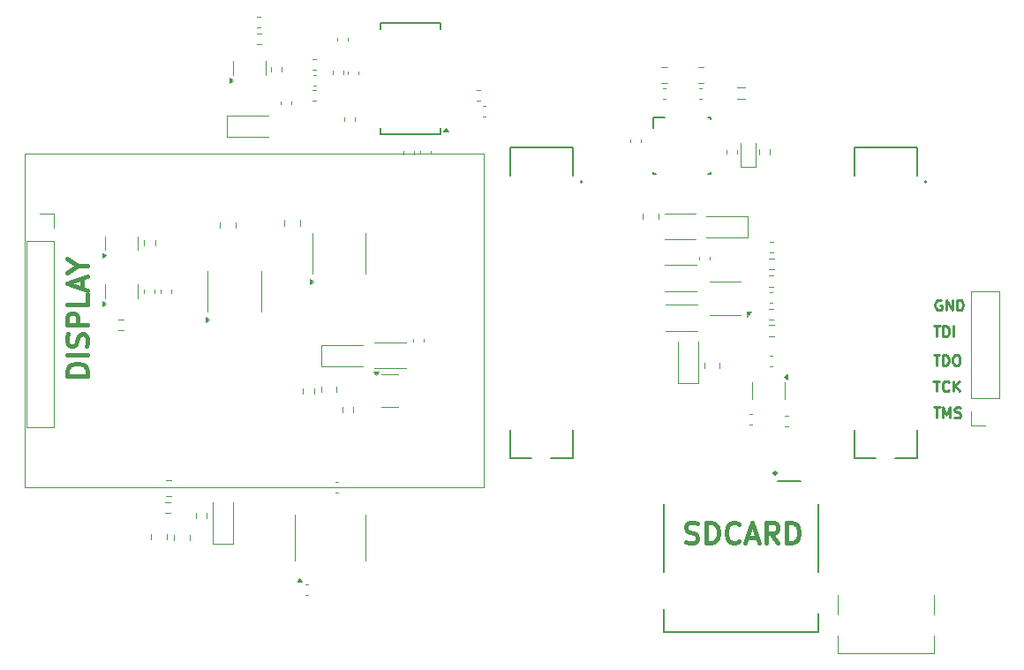
<source format=gbr>
%TF.GenerationSoftware,KiCad,Pcbnew,8.0.9*%
%TF.CreationDate,2025-03-06T21:03:41+08:00*%
%TF.ProjectId,CCD_Sensor_ZYNQ,4343445f-5365-46e7-936f-725f5a594e51,rev?*%
%TF.SameCoordinates,Original*%
%TF.FileFunction,Legend,Top*%
%TF.FilePolarity,Positive*%
%FSLAX46Y46*%
G04 Gerber Fmt 4.6, Leading zero omitted, Abs format (unit mm)*
G04 Created by KiCad (PCBNEW 8.0.9) date 2025-03-06 21:03:41*
%MOMM*%
%LPD*%
G01*
G04 APERTURE LIST*
%ADD10C,0.100000*%
%ADD11C,0.400000*%
%ADD12C,0.250000*%
%ADD13C,0.120000*%
%ADD14C,0.200000*%
%ADD15C,0.150000*%
%ADD16C,0.203200*%
%ADD17C,0.254000*%
%ADD18C,0.127000*%
G04 APERTURE END LIST*
D10*
X176000000Y-78002146D02*
X220000000Y-78002146D01*
X220000000Y-110002146D01*
X176000000Y-110002146D01*
X176000000Y-78002146D01*
D11*
X182034438Y-99310652D02*
X180034438Y-99310652D01*
X180034438Y-99310652D02*
X180034438Y-98834462D01*
X180034438Y-98834462D02*
X180129676Y-98548747D01*
X180129676Y-98548747D02*
X180320152Y-98358271D01*
X180320152Y-98358271D02*
X180510628Y-98263033D01*
X180510628Y-98263033D02*
X180891580Y-98167795D01*
X180891580Y-98167795D02*
X181177295Y-98167795D01*
X181177295Y-98167795D02*
X181558247Y-98263033D01*
X181558247Y-98263033D02*
X181748723Y-98358271D01*
X181748723Y-98358271D02*
X181939200Y-98548747D01*
X181939200Y-98548747D02*
X182034438Y-98834462D01*
X182034438Y-98834462D02*
X182034438Y-99310652D01*
X182034438Y-97310652D02*
X180034438Y-97310652D01*
X181939200Y-96453509D02*
X182034438Y-96167795D01*
X182034438Y-96167795D02*
X182034438Y-95691604D01*
X182034438Y-95691604D02*
X181939200Y-95501128D01*
X181939200Y-95501128D02*
X181843961Y-95405890D01*
X181843961Y-95405890D02*
X181653485Y-95310652D01*
X181653485Y-95310652D02*
X181463009Y-95310652D01*
X181463009Y-95310652D02*
X181272533Y-95405890D01*
X181272533Y-95405890D02*
X181177295Y-95501128D01*
X181177295Y-95501128D02*
X181082057Y-95691604D01*
X181082057Y-95691604D02*
X180986819Y-96072557D01*
X180986819Y-96072557D02*
X180891580Y-96263033D01*
X180891580Y-96263033D02*
X180796342Y-96358271D01*
X180796342Y-96358271D02*
X180605866Y-96453509D01*
X180605866Y-96453509D02*
X180415390Y-96453509D01*
X180415390Y-96453509D02*
X180224914Y-96358271D01*
X180224914Y-96358271D02*
X180129676Y-96263033D01*
X180129676Y-96263033D02*
X180034438Y-96072557D01*
X180034438Y-96072557D02*
X180034438Y-95596366D01*
X180034438Y-95596366D02*
X180129676Y-95310652D01*
X182034438Y-94453509D02*
X180034438Y-94453509D01*
X180034438Y-94453509D02*
X180034438Y-93691604D01*
X180034438Y-93691604D02*
X180129676Y-93501128D01*
X180129676Y-93501128D02*
X180224914Y-93405890D01*
X180224914Y-93405890D02*
X180415390Y-93310652D01*
X180415390Y-93310652D02*
X180701104Y-93310652D01*
X180701104Y-93310652D02*
X180891580Y-93405890D01*
X180891580Y-93405890D02*
X180986819Y-93501128D01*
X180986819Y-93501128D02*
X181082057Y-93691604D01*
X181082057Y-93691604D02*
X181082057Y-94453509D01*
X182034438Y-91501128D02*
X182034438Y-92453509D01*
X182034438Y-92453509D02*
X180034438Y-92453509D01*
X181463009Y-90929699D02*
X181463009Y-89977318D01*
X182034438Y-91120175D02*
X180034438Y-90453509D01*
X180034438Y-90453509D02*
X182034438Y-89786842D01*
X181082057Y-88739223D02*
X182034438Y-88739223D01*
X180034438Y-89405889D02*
X181082057Y-88739223D01*
X181082057Y-88739223D02*
X180034438Y-88072556D01*
D12*
X263149711Y-97304619D02*
X263721139Y-97304619D01*
X263435425Y-98304619D02*
X263435425Y-97304619D01*
X264054473Y-98304619D02*
X264054473Y-97304619D01*
X264054473Y-97304619D02*
X264292568Y-97304619D01*
X264292568Y-97304619D02*
X264435425Y-97352238D01*
X264435425Y-97352238D02*
X264530663Y-97447476D01*
X264530663Y-97447476D02*
X264578282Y-97542714D01*
X264578282Y-97542714D02*
X264625901Y-97733190D01*
X264625901Y-97733190D02*
X264625901Y-97876047D01*
X264625901Y-97876047D02*
X264578282Y-98066523D01*
X264578282Y-98066523D02*
X264530663Y-98161761D01*
X264530663Y-98161761D02*
X264435425Y-98257000D01*
X264435425Y-98257000D02*
X264292568Y-98304619D01*
X264292568Y-98304619D02*
X264054473Y-98304619D01*
X265244949Y-97304619D02*
X265435425Y-97304619D01*
X265435425Y-97304619D02*
X265530663Y-97352238D01*
X265530663Y-97352238D02*
X265625901Y-97447476D01*
X265625901Y-97447476D02*
X265673520Y-97637952D01*
X265673520Y-97637952D02*
X265673520Y-97971285D01*
X265673520Y-97971285D02*
X265625901Y-98161761D01*
X265625901Y-98161761D02*
X265530663Y-98257000D01*
X265530663Y-98257000D02*
X265435425Y-98304619D01*
X265435425Y-98304619D02*
X265244949Y-98304619D01*
X265244949Y-98304619D02*
X265149711Y-98257000D01*
X265149711Y-98257000D02*
X265054473Y-98161761D01*
X265054473Y-98161761D02*
X265006854Y-97971285D01*
X265006854Y-97971285D02*
X265006854Y-97637952D01*
X265006854Y-97637952D02*
X265054473Y-97447476D01*
X265054473Y-97447476D02*
X265149711Y-97352238D01*
X265149711Y-97352238D02*
X265244949Y-97304619D01*
D11*
X239364109Y-115269200D02*
X239649823Y-115364438D01*
X239649823Y-115364438D02*
X240126014Y-115364438D01*
X240126014Y-115364438D02*
X240316490Y-115269200D01*
X240316490Y-115269200D02*
X240411728Y-115173961D01*
X240411728Y-115173961D02*
X240506966Y-114983485D01*
X240506966Y-114983485D02*
X240506966Y-114793009D01*
X240506966Y-114793009D02*
X240411728Y-114602533D01*
X240411728Y-114602533D02*
X240316490Y-114507295D01*
X240316490Y-114507295D02*
X240126014Y-114412057D01*
X240126014Y-114412057D02*
X239745061Y-114316819D01*
X239745061Y-114316819D02*
X239554585Y-114221580D01*
X239554585Y-114221580D02*
X239459347Y-114126342D01*
X239459347Y-114126342D02*
X239364109Y-113935866D01*
X239364109Y-113935866D02*
X239364109Y-113745390D01*
X239364109Y-113745390D02*
X239459347Y-113554914D01*
X239459347Y-113554914D02*
X239554585Y-113459676D01*
X239554585Y-113459676D02*
X239745061Y-113364438D01*
X239745061Y-113364438D02*
X240221252Y-113364438D01*
X240221252Y-113364438D02*
X240506966Y-113459676D01*
X241364109Y-115364438D02*
X241364109Y-113364438D01*
X241364109Y-113364438D02*
X241840299Y-113364438D01*
X241840299Y-113364438D02*
X242126014Y-113459676D01*
X242126014Y-113459676D02*
X242316490Y-113650152D01*
X242316490Y-113650152D02*
X242411728Y-113840628D01*
X242411728Y-113840628D02*
X242506966Y-114221580D01*
X242506966Y-114221580D02*
X242506966Y-114507295D01*
X242506966Y-114507295D02*
X242411728Y-114888247D01*
X242411728Y-114888247D02*
X242316490Y-115078723D01*
X242316490Y-115078723D02*
X242126014Y-115269200D01*
X242126014Y-115269200D02*
X241840299Y-115364438D01*
X241840299Y-115364438D02*
X241364109Y-115364438D01*
X244506966Y-115173961D02*
X244411728Y-115269200D01*
X244411728Y-115269200D02*
X244126014Y-115364438D01*
X244126014Y-115364438D02*
X243935538Y-115364438D01*
X243935538Y-115364438D02*
X243649823Y-115269200D01*
X243649823Y-115269200D02*
X243459347Y-115078723D01*
X243459347Y-115078723D02*
X243364109Y-114888247D01*
X243364109Y-114888247D02*
X243268871Y-114507295D01*
X243268871Y-114507295D02*
X243268871Y-114221580D01*
X243268871Y-114221580D02*
X243364109Y-113840628D01*
X243364109Y-113840628D02*
X243459347Y-113650152D01*
X243459347Y-113650152D02*
X243649823Y-113459676D01*
X243649823Y-113459676D02*
X243935538Y-113364438D01*
X243935538Y-113364438D02*
X244126014Y-113364438D01*
X244126014Y-113364438D02*
X244411728Y-113459676D01*
X244411728Y-113459676D02*
X244506966Y-113554914D01*
X245268871Y-114793009D02*
X246221252Y-114793009D01*
X245078395Y-115364438D02*
X245745061Y-113364438D01*
X245745061Y-113364438D02*
X246411728Y-115364438D01*
X248221252Y-115364438D02*
X247554585Y-114412057D01*
X247078395Y-115364438D02*
X247078395Y-113364438D01*
X247078395Y-113364438D02*
X247840300Y-113364438D01*
X247840300Y-113364438D02*
X248030776Y-113459676D01*
X248030776Y-113459676D02*
X248126014Y-113554914D01*
X248126014Y-113554914D02*
X248221252Y-113745390D01*
X248221252Y-113745390D02*
X248221252Y-114031104D01*
X248221252Y-114031104D02*
X248126014Y-114221580D01*
X248126014Y-114221580D02*
X248030776Y-114316819D01*
X248030776Y-114316819D02*
X247840300Y-114412057D01*
X247840300Y-114412057D02*
X247078395Y-114412057D01*
X249078395Y-115364438D02*
X249078395Y-113364438D01*
X249078395Y-113364438D02*
X249554585Y-113364438D01*
X249554585Y-113364438D02*
X249840300Y-113459676D01*
X249840300Y-113459676D02*
X250030776Y-113650152D01*
X250030776Y-113650152D02*
X250126014Y-113840628D01*
X250126014Y-113840628D02*
X250221252Y-114221580D01*
X250221252Y-114221580D02*
X250221252Y-114507295D01*
X250221252Y-114507295D02*
X250126014Y-114888247D01*
X250126014Y-114888247D02*
X250030776Y-115078723D01*
X250030776Y-115078723D02*
X249840300Y-115269200D01*
X249840300Y-115269200D02*
X249554585Y-115364438D01*
X249554585Y-115364438D02*
X249078395Y-115364438D01*
D12*
X263886377Y-92062238D02*
X263791139Y-92014619D01*
X263791139Y-92014619D02*
X263648282Y-92014619D01*
X263648282Y-92014619D02*
X263505425Y-92062238D01*
X263505425Y-92062238D02*
X263410187Y-92157476D01*
X263410187Y-92157476D02*
X263362568Y-92252714D01*
X263362568Y-92252714D02*
X263314949Y-92443190D01*
X263314949Y-92443190D02*
X263314949Y-92586047D01*
X263314949Y-92586047D02*
X263362568Y-92776523D01*
X263362568Y-92776523D02*
X263410187Y-92871761D01*
X263410187Y-92871761D02*
X263505425Y-92967000D01*
X263505425Y-92967000D02*
X263648282Y-93014619D01*
X263648282Y-93014619D02*
X263743520Y-93014619D01*
X263743520Y-93014619D02*
X263886377Y-92967000D01*
X263886377Y-92967000D02*
X263933996Y-92919380D01*
X263933996Y-92919380D02*
X263933996Y-92586047D01*
X263933996Y-92586047D02*
X263743520Y-92586047D01*
X264362568Y-93014619D02*
X264362568Y-92014619D01*
X264362568Y-92014619D02*
X264933996Y-93014619D01*
X264933996Y-93014619D02*
X264933996Y-92014619D01*
X265410187Y-93014619D02*
X265410187Y-92014619D01*
X265410187Y-92014619D02*
X265648282Y-92014619D01*
X265648282Y-92014619D02*
X265791139Y-92062238D01*
X265791139Y-92062238D02*
X265886377Y-92157476D01*
X265886377Y-92157476D02*
X265933996Y-92252714D01*
X265933996Y-92252714D02*
X265981615Y-92443190D01*
X265981615Y-92443190D02*
X265981615Y-92586047D01*
X265981615Y-92586047D02*
X265933996Y-92776523D01*
X265933996Y-92776523D02*
X265886377Y-92871761D01*
X265886377Y-92871761D02*
X265791139Y-92967000D01*
X265791139Y-92967000D02*
X265648282Y-93014619D01*
X265648282Y-93014619D02*
X265410187Y-93014619D01*
X263169711Y-94534619D02*
X263741139Y-94534619D01*
X263455425Y-95534619D02*
X263455425Y-94534619D01*
X264074473Y-95534619D02*
X264074473Y-94534619D01*
X264074473Y-94534619D02*
X264312568Y-94534619D01*
X264312568Y-94534619D02*
X264455425Y-94582238D01*
X264455425Y-94582238D02*
X264550663Y-94677476D01*
X264550663Y-94677476D02*
X264598282Y-94772714D01*
X264598282Y-94772714D02*
X264645901Y-94963190D01*
X264645901Y-94963190D02*
X264645901Y-95106047D01*
X264645901Y-95106047D02*
X264598282Y-95296523D01*
X264598282Y-95296523D02*
X264550663Y-95391761D01*
X264550663Y-95391761D02*
X264455425Y-95487000D01*
X264455425Y-95487000D02*
X264312568Y-95534619D01*
X264312568Y-95534619D02*
X264074473Y-95534619D01*
X265074473Y-95534619D02*
X265074473Y-94534619D01*
X263169711Y-102324619D02*
X263741139Y-102324619D01*
X263455425Y-103324619D02*
X263455425Y-102324619D01*
X264074473Y-103324619D02*
X264074473Y-102324619D01*
X264074473Y-102324619D02*
X264407806Y-103038904D01*
X264407806Y-103038904D02*
X264741139Y-102324619D01*
X264741139Y-102324619D02*
X264741139Y-103324619D01*
X265169711Y-103277000D02*
X265312568Y-103324619D01*
X265312568Y-103324619D02*
X265550663Y-103324619D01*
X265550663Y-103324619D02*
X265645901Y-103277000D01*
X265645901Y-103277000D02*
X265693520Y-103229380D01*
X265693520Y-103229380D02*
X265741139Y-103134142D01*
X265741139Y-103134142D02*
X265741139Y-103038904D01*
X265741139Y-103038904D02*
X265693520Y-102943666D01*
X265693520Y-102943666D02*
X265645901Y-102896047D01*
X265645901Y-102896047D02*
X265550663Y-102848428D01*
X265550663Y-102848428D02*
X265360187Y-102800809D01*
X265360187Y-102800809D02*
X265264949Y-102753190D01*
X265264949Y-102753190D02*
X265217330Y-102705571D01*
X265217330Y-102705571D02*
X265169711Y-102610333D01*
X265169711Y-102610333D02*
X265169711Y-102515095D01*
X265169711Y-102515095D02*
X265217330Y-102419857D01*
X265217330Y-102419857D02*
X265264949Y-102372238D01*
X265264949Y-102372238D02*
X265360187Y-102324619D01*
X265360187Y-102324619D02*
X265598282Y-102324619D01*
X265598282Y-102324619D02*
X265741139Y-102372238D01*
X263139711Y-99814619D02*
X263711139Y-99814619D01*
X263425425Y-100814619D02*
X263425425Y-99814619D01*
X264615901Y-100719380D02*
X264568282Y-100767000D01*
X264568282Y-100767000D02*
X264425425Y-100814619D01*
X264425425Y-100814619D02*
X264330187Y-100814619D01*
X264330187Y-100814619D02*
X264187330Y-100767000D01*
X264187330Y-100767000D02*
X264092092Y-100671761D01*
X264092092Y-100671761D02*
X264044473Y-100576523D01*
X264044473Y-100576523D02*
X263996854Y-100386047D01*
X263996854Y-100386047D02*
X263996854Y-100243190D01*
X263996854Y-100243190D02*
X264044473Y-100052714D01*
X264044473Y-100052714D02*
X264092092Y-99957476D01*
X264092092Y-99957476D02*
X264187330Y-99862238D01*
X264187330Y-99862238D02*
X264330187Y-99814619D01*
X264330187Y-99814619D02*
X264425425Y-99814619D01*
X264425425Y-99814619D02*
X264568282Y-99862238D01*
X264568282Y-99862238D02*
X264615901Y-99909857D01*
X265044473Y-100814619D02*
X265044473Y-99814619D01*
X265615901Y-100814619D02*
X265187330Y-100243190D01*
X265615901Y-99814619D02*
X265044473Y-100386047D01*
D13*
%TO.C,R7*%
X206440000Y-102804724D02*
X206440000Y-102295276D01*
X207485000Y-102804724D02*
X207485000Y-102295276D01*
%TO.C,C4*%
X247412013Y-91325268D02*
X247704547Y-91325268D01*
X247412013Y-92345268D02*
X247704547Y-92345268D01*
%TO.C,C38*%
X237586253Y-69740002D02*
X237063749Y-69740002D01*
X237586253Y-71210002D02*
X237063749Y-71210002D01*
%TO.C,C31*%
X190302500Y-115061252D02*
X190302500Y-114538748D01*
X191772500Y-115061252D02*
X191772500Y-114538748D01*
%TO.C,C12*%
X204415000Y-100338748D02*
X204415000Y-100861252D01*
X205885000Y-100338748D02*
X205885000Y-100861252D01*
D14*
%TO.C,U2*%
X236300000Y-74525000D02*
X237325002Y-74525000D01*
X236300000Y-75550002D02*
X236300000Y-74525000D01*
X236300000Y-79975002D02*
X236300000Y-79775000D01*
X236300000Y-79975002D02*
X236500002Y-79975002D01*
X241550000Y-74525000D02*
X241750002Y-74525000D01*
X241550000Y-79975002D02*
X241750002Y-79975002D01*
X241750002Y-74725002D02*
X241750002Y-74525000D01*
X241750002Y-79975002D02*
X241750002Y-79775000D01*
D13*
%TO.C,R1*%
X247845538Y-88062768D02*
X247371022Y-88062768D01*
X247845538Y-89107768D02*
X247371022Y-89107768D01*
D15*
%TO.C,U3*%
X210132200Y-66084800D02*
X210132200Y-65509800D01*
X210132200Y-76159800D02*
X210132200Y-75584800D01*
X215882200Y-65509800D02*
X210132200Y-65509800D01*
X215882200Y-66084800D02*
X215882200Y-65509800D01*
X215882200Y-76159800D02*
X210132200Y-76159800D01*
X215882200Y-76159800D02*
X215882200Y-75584800D01*
D13*
X216622200Y-75914800D02*
X216142200Y-75914800D01*
X216382200Y-75584800D01*
X216622200Y-75914800D01*
G36*
X216622200Y-75914800D02*
G01*
X216142200Y-75914800D01*
X216382200Y-75584800D01*
X216622200Y-75914800D01*
G37*
%TO.C,FB1*%
X219687779Y-71940000D02*
X219362221Y-71940000D01*
X219687779Y-72960000D02*
X219362221Y-72960000D01*
%TO.C,C20*%
X213940000Y-77759420D02*
X213940000Y-78040580D01*
X214960000Y-77759420D02*
X214960000Y-78040580D01*
D16*
%TO.C,MICRO_SD1*%
X237260000Y-111650000D02*
X237260000Y-118150000D01*
X237260000Y-121650000D02*
X237260980Y-123900000D01*
X237260980Y-123900000D02*
X252059020Y-123912700D01*
X248160000Y-109400000D02*
X250398000Y-109400000D01*
X252059020Y-123912700D02*
X252060000Y-122150000D01*
X252060000Y-118150000D02*
X252060000Y-111650000D01*
D17*
X248082650Y-108665510D02*
G75*
G02*
X247828650Y-108665510I-127000J0D01*
G01*
X247828650Y-108665510D02*
G75*
G02*
X248082650Y-108665510I127000J0D01*
G01*
D13*
%TO.C,U5*%
X203548280Y-87560268D02*
X203548280Y-85610268D01*
X203548280Y-87560268D02*
X203548280Y-89510268D01*
X208668280Y-87560268D02*
X208668280Y-85610268D01*
X208668280Y-87560268D02*
X208668280Y-89510268D01*
X203643280Y-90260268D02*
X203313280Y-90500268D01*
X203313280Y-90020268D01*
X203643280Y-90260268D01*
G36*
X203643280Y-90260268D02*
G01*
X203313280Y-90500268D01*
X203313280Y-90020268D01*
X203643280Y-90260268D01*
G37*
%TO.C,R6*%
X202690000Y-100495276D02*
X202690000Y-101004724D01*
X203735000Y-100495276D02*
X203735000Y-101004724D01*
%TO.C,U11*%
X193548280Y-91197768D02*
X193548280Y-89247768D01*
X193548280Y-91197768D02*
X193548280Y-93147768D01*
X198668280Y-91197768D02*
X198668280Y-89247768D01*
X198668280Y-91197768D02*
X198668280Y-93147768D01*
X193643280Y-93897768D02*
X193313280Y-94137768D01*
X193313280Y-93657768D01*
X193643280Y-93897768D01*
G36*
X193643280Y-93897768D02*
G01*
X193313280Y-94137768D01*
X193313280Y-93657768D01*
X193643280Y-93897768D01*
G37*
%TO.C,D2*%
X245318280Y-84035268D02*
X241308280Y-84035268D01*
X245318280Y-86035268D02*
X241308280Y-86035268D01*
X245318280Y-86035268D02*
X245318280Y-84035268D01*
%TO.C,C5*%
X241173280Y-98596520D02*
X241173280Y-98074016D01*
X242643280Y-98596520D02*
X242643280Y-98074016D01*
%TO.C,R17*%
X246402501Y-78062260D02*
X246402501Y-77587744D01*
X247447501Y-78062260D02*
X247447501Y-77587744D01*
%TO.C,L5*%
X245074623Y-71615002D02*
X244275379Y-71615002D01*
X245074623Y-72735002D02*
X244275379Y-72735002D01*
%TO.C,J4*%
X254000000Y-120305000D02*
X254000000Y-122225000D01*
X254000000Y-125940000D02*
X254000000Y-124235000D01*
X263160000Y-122225000D02*
X263160000Y-120305000D01*
X263160000Y-124235000D02*
X263160000Y-125940000D01*
X263160000Y-125940000D02*
X254000000Y-125940000D01*
%TO.C,C1*%
X240698280Y-88181535D02*
X240698280Y-87889001D01*
X241718280Y-88181535D02*
X241718280Y-87889001D01*
%TO.C,C39*%
X237465581Y-71765002D02*
X237184421Y-71765002D01*
X237465581Y-72785002D02*
X237184421Y-72785002D01*
%TO.C,Q3*%
X195940000Y-69800000D02*
X195940000Y-69150000D01*
X195940000Y-69800000D02*
X195940000Y-70450000D01*
X199060000Y-69800000D02*
X199060000Y-69150000D01*
X199060000Y-69800000D02*
X199060000Y-70450000D01*
X195990000Y-70962500D02*
X195660000Y-71202500D01*
X195660000Y-70722500D01*
X195990000Y-70962500D01*
G36*
X195990000Y-70962500D02*
G01*
X195660000Y-71202500D01*
X195660000Y-70722500D01*
X195990000Y-70962500D01*
G37*
%TO.C,C6*%
X202866233Y-119352500D02*
X203158767Y-119352500D01*
X202866233Y-120372500D02*
X203158767Y-120372500D01*
%TO.C,U7*%
X210987500Y-99190000D02*
X210187500Y-99190000D01*
X210987500Y-99190000D02*
X211787500Y-99190000D01*
X210987500Y-102310000D02*
X210187500Y-102310000D01*
X210987500Y-102310000D02*
X211787500Y-102310000D01*
X209687500Y-99240000D02*
X209447500Y-98910000D01*
X209927500Y-98910000D01*
X209687500Y-99240000D01*
G36*
X209687500Y-99240000D02*
G01*
X209447500Y-98910000D01*
X209927500Y-98910000D01*
X209687500Y-99240000D01*
G37*
%TO.C,L3*%
X212560000Y-96090000D02*
X209540000Y-96090000D01*
X212560000Y-98610000D02*
X209540000Y-98610000D01*
%TO.C,C10*%
X205965000Y-67165580D02*
X205965000Y-66884420D01*
X206985000Y-67165580D02*
X206985000Y-66884420D01*
%TO.C,C34*%
X187390000Y-91053733D02*
X187390000Y-91346267D01*
X188410000Y-91053733D02*
X188410000Y-91346267D01*
%TO.C,C2*%
X247462013Y-86475268D02*
X247754547Y-86475268D01*
X247462013Y-87495268D02*
X247754547Y-87495268D01*
%TO.C,C22*%
X203609420Y-68965000D02*
X203890580Y-68965000D01*
X203609420Y-69985000D02*
X203890580Y-69985000D01*
%TO.C,R15*%
X184995276Y-93890000D02*
X185504724Y-93890000D01*
X184995276Y-94935000D02*
X185504724Y-94935000D01*
%TO.C,C21*%
X203634420Y-70440000D02*
X203915580Y-70440000D01*
X203634420Y-71460000D02*
X203915580Y-71460000D01*
D18*
%TO.C,J2*%
X222550000Y-77400000D02*
X222550000Y-80130000D01*
X222550000Y-77400000D02*
X228550000Y-77400000D01*
X222550000Y-104470000D02*
X222550000Y-107200000D01*
X224615000Y-107200000D02*
X222550000Y-107200000D01*
X228550000Y-77400000D02*
X228550000Y-80130000D01*
X228550000Y-104470000D02*
X228550000Y-107200000D01*
X228550000Y-107200000D02*
X226485000Y-107200000D01*
D14*
X229450000Y-80700000D02*
G75*
G02*
X229250000Y-80700000I-100000J0D01*
G01*
X229250000Y-80700000D02*
G75*
G02*
X229450000Y-80700000I100000J0D01*
G01*
D13*
%TO.C,C17*%
X206965000Y-70390580D02*
X206965000Y-70109420D01*
X207985000Y-70390580D02*
X207985000Y-70109420D01*
%TO.C,U1*%
X244658280Y-90275268D02*
X241658280Y-90275268D01*
X244658280Y-93495268D02*
X241658280Y-93495268D01*
X245208280Y-93665268D02*
X245208280Y-93185268D01*
X245688280Y-93185268D01*
X245208280Y-93665268D01*
G36*
X245208280Y-93665268D02*
G01*
X245208280Y-93185268D01*
X245688280Y-93185268D01*
X245208280Y-93665268D01*
G37*
%TO.C,C30*%
X200915000Y-84388748D02*
X200915000Y-84911252D01*
X202385000Y-84388748D02*
X202385000Y-84911252D01*
%TO.C,C25*%
X248909420Y-103140000D02*
X249190580Y-103140000D01*
X248909420Y-104160000D02*
X249190580Y-104160000D01*
%TO.C,L1*%
X237398280Y-88675268D02*
X240418280Y-88675268D01*
X237398280Y-91195268D02*
X240418280Y-91195268D01*
%TO.C,R9*%
X199602500Y-70162258D02*
X199602500Y-69687742D01*
X200647500Y-70162258D02*
X200647500Y-69687742D01*
%TO.C,L4*%
X188990000Y-91003733D02*
X188990000Y-91346267D01*
X190010000Y-91003733D02*
X190010000Y-91346267D01*
%TO.C,C3*%
X235273280Y-84246520D02*
X235273280Y-83724016D01*
X236743280Y-84246520D02*
X236743280Y-83724016D01*
%TO.C,L6*%
X240368280Y-83725268D02*
X237348280Y-83725268D01*
X240368280Y-86245268D02*
X237348280Y-86245268D01*
%TO.C,C29*%
X194723280Y-84599016D02*
X194723280Y-85121520D01*
X196193280Y-84599016D02*
X196193280Y-85121520D01*
%TO.C,R3*%
X247371022Y-94462768D02*
X247845538Y-94462768D01*
X247371022Y-95507768D02*
X247845538Y-95507768D01*
%TO.C,U6*%
X201890000Y-114862500D02*
X201890000Y-112662500D01*
X201890000Y-114862500D02*
X201890000Y-117062500D01*
X208660000Y-114862500D02*
X208660000Y-112662500D01*
X208660000Y-114862500D02*
X208660000Y-117062500D01*
X202590000Y-119052500D02*
X202110000Y-119052500D01*
X202350000Y-118722500D01*
X202590000Y-119052500D01*
G36*
X202590000Y-119052500D02*
G01*
X202110000Y-119052500D01*
X202350000Y-118722500D01*
X202590000Y-119052500D01*
G37*
%TO.C,Q1*%
X183715000Y-91212500D02*
X183715000Y-90562500D01*
X183715000Y-91212500D02*
X183715000Y-91862500D01*
X186835000Y-91212500D02*
X186835000Y-90562500D01*
X186835000Y-91212500D02*
X186835000Y-91862500D01*
X183765000Y-92375000D02*
X183435000Y-92615000D01*
X183435000Y-92135000D01*
X183765000Y-92375000D01*
G36*
X183765000Y-92375000D02*
G01*
X183435000Y-92615000D01*
X183435000Y-92135000D01*
X183765000Y-92375000D01*
G37*
%TO.C,C16*%
X205490000Y-70365580D02*
X205490000Y-70084420D01*
X206510000Y-70365580D02*
X206510000Y-70084420D01*
%TO.C,R13*%
X189482776Y-111427500D02*
X189992224Y-111427500D01*
X189482776Y-112472500D02*
X189992224Y-112472500D01*
D18*
%TO.C,J1*%
X255570000Y-77400000D02*
X255570000Y-80130000D01*
X255570000Y-77400000D02*
X261570000Y-77400000D01*
X255570000Y-104470000D02*
X255570000Y-107200000D01*
X257635000Y-107200000D02*
X255570000Y-107200000D01*
X261570000Y-77400000D02*
X261570000Y-80130000D01*
X261570000Y-104470000D02*
X261570000Y-107200000D01*
X261570000Y-107200000D02*
X259505000Y-107200000D01*
D14*
X262470000Y-80700000D02*
G75*
G02*
X262270000Y-80700000I-100000J0D01*
G01*
X262270000Y-80700000D02*
G75*
G02*
X262470000Y-80700000I100000J0D01*
G01*
D13*
%TO.C,C24*%
X245740580Y-102977500D02*
X245459420Y-102977500D01*
X245740580Y-103997500D02*
X245459420Y-103997500D01*
%TO.C,C33*%
X190048752Y-109365000D02*
X189526248Y-109365000D01*
X190048752Y-110835000D02*
X189526248Y-110835000D01*
%TO.C,C32*%
X188102500Y-115011252D02*
X188102500Y-114488748D01*
X189572500Y-115011252D02*
X189572500Y-114488748D01*
%TO.C,R4*%
X247346022Y-92912768D02*
X247820538Y-92912768D01*
X247346022Y-93957768D02*
X247820538Y-93957768D01*
%TO.C,R14*%
X192415000Y-112954724D02*
X192415000Y-112445276D01*
X193460000Y-112954724D02*
X193460000Y-112445276D01*
%TO.C,C40*%
X206615000Y-74840580D02*
X206615000Y-74559420D01*
X207635000Y-74840580D02*
X207635000Y-74559420D01*
%TO.C,J5*%
X266770000Y-101460000D02*
X266770000Y-91240000D01*
X266770000Y-104060000D02*
X266770000Y-102730000D01*
X268100000Y-104060000D02*
X266770000Y-104060000D01*
X269430000Y-91240000D02*
X266770000Y-91240000D01*
X269430000Y-101460000D02*
X266770000Y-101460000D01*
X269430000Y-101460000D02*
X269430000Y-91240000D01*
%TO.C,C11*%
X213240000Y-96046267D02*
X213240000Y-95753733D01*
X214260000Y-96046267D02*
X214260000Y-95753733D01*
%TO.C,C37*%
X247690580Y-97377500D02*
X247409420Y-97377500D01*
X247690580Y-98397500D02*
X247409420Y-98397500D01*
%TO.C,C26*%
X198558767Y-64840000D02*
X198266233Y-64840000D01*
X198558767Y-65860000D02*
X198266233Y-65860000D01*
%TO.C,C35*%
X240634421Y-71765002D02*
X240915581Y-71765002D01*
X240634421Y-72785002D02*
X240915581Y-72785002D01*
%TO.C,C7*%
X205766233Y-109502500D02*
X206058767Y-109502500D01*
X205766233Y-110522500D02*
X206058767Y-110522500D01*
%TO.C,C15*%
X200540000Y-73019420D02*
X200540000Y-73300580D01*
X201560000Y-73019420D02*
X201560000Y-73300580D01*
%TO.C,D5*%
X195340000Y-74400000D02*
X195340000Y-76400000D01*
X195340000Y-74400000D02*
X199350000Y-74400000D01*
X195340000Y-76400000D02*
X199350000Y-76400000D01*
%TO.C,C9*%
X243315001Y-77684422D02*
X243315001Y-77965582D01*
X244335001Y-77684422D02*
X244335001Y-77965582D01*
%TO.C,D3*%
X204390000Y-96400000D02*
X204390000Y-98400000D01*
X204390000Y-96400000D02*
X208400000Y-96400000D01*
X204390000Y-98400000D02*
X208400000Y-98400000D01*
%TO.C,R16*%
X187427500Y-86817224D02*
X187427500Y-86307776D01*
X188472500Y-86817224D02*
X188472500Y-86307776D01*
%TO.C,D4*%
X194000000Y-115460000D02*
X194000000Y-111450000D01*
X194000000Y-115460000D02*
X196000000Y-115460000D01*
X196000000Y-115460000D02*
X196000000Y-111450000D01*
%TO.C,C23*%
X219909420Y-73415000D02*
X220190580Y-73415000D01*
X219909420Y-74435000D02*
X220190580Y-74435000D01*
%TO.C,C19*%
X212340000Y-77784420D02*
X212340000Y-78065580D01*
X213360000Y-77784420D02*
X213360000Y-78065580D01*
%TO.C,C36*%
X234040000Y-76609422D02*
X234040000Y-76890582D01*
X235060000Y-76609422D02*
X235060000Y-76890582D01*
%TO.C,L2*%
X240468280Y-92475268D02*
X237448280Y-92475268D01*
X240468280Y-94995268D02*
X237448280Y-94995268D01*
%TO.C,R2*%
X247321022Y-89712768D02*
X247795538Y-89712768D01*
X247321022Y-90757768D02*
X247795538Y-90757768D01*
%TO.C,J3*%
X176120000Y-86397146D02*
X176120000Y-104237146D01*
X176120000Y-86397146D02*
X178780000Y-86397146D01*
X176120000Y-104237146D02*
X178780000Y-104237146D01*
X177450000Y-83797146D02*
X178780000Y-83797146D01*
X178780000Y-83797146D02*
X178780000Y-85127146D01*
X178780000Y-86397146D02*
X178780000Y-104237146D01*
%TO.C,D1*%
X238608280Y-100045268D02*
X238608280Y-96035268D01*
X238608280Y-100045268D02*
X240608280Y-100045268D01*
X240608280Y-100045268D02*
X240608280Y-96035268D01*
%TO.C,C18*%
X203900580Y-71940000D02*
X203619420Y-71940000D01*
X203900580Y-72960000D02*
X203619420Y-72960000D01*
%TO.C,R11*%
X198687258Y-66477500D02*
X198212742Y-66477500D01*
X198687258Y-67522500D02*
X198212742Y-67522500D01*
%TO.C,Q2*%
X183690000Y-86612500D02*
X183690000Y-85962500D01*
X183690000Y-86612500D02*
X183690000Y-87262500D01*
X186810000Y-86612500D02*
X186810000Y-85962500D01*
X186810000Y-86612500D02*
X186810000Y-87262500D01*
X183740000Y-87775000D02*
X183410000Y-88015000D01*
X183410000Y-87535000D01*
X183740000Y-87775000D01*
G36*
X183740000Y-87775000D02*
G01*
X183410000Y-88015000D01*
X183410000Y-87535000D01*
X183740000Y-87775000D01*
G37*
%TO.C,U4*%
X245740000Y-100700000D02*
X245740000Y-99900000D01*
X245740000Y-100700000D02*
X245740000Y-101500000D01*
X248860000Y-100700000D02*
X248860000Y-99900000D01*
X248860000Y-100700000D02*
X248860000Y-101500000D01*
X249140000Y-99640000D02*
X248810000Y-99400000D01*
X249140000Y-99160000D01*
X249140000Y-99640000D01*
G36*
X249140000Y-99640000D02*
G01*
X248810000Y-99400000D01*
X249140000Y-99160000D01*
X249140000Y-99640000D01*
G37*
%TO.C,C8*%
X240563749Y-69740002D02*
X241086253Y-69740002D01*
X240563749Y-71210002D02*
X241086253Y-71210002D01*
%TO.C,D6*%
X244640001Y-77025002D02*
X244640001Y-79310002D01*
X244640001Y-79310002D02*
X246110001Y-79310002D01*
X246110001Y-79310002D02*
X246110001Y-77025002D01*
%TD*%
M02*

</source>
